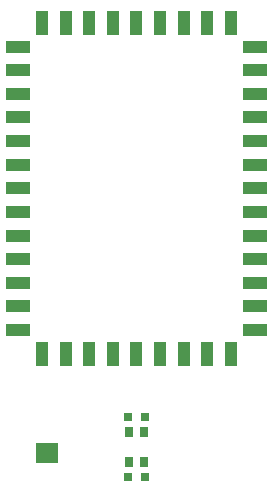
<source format=gbr>
G04 EAGLE Gerber RS-274X export*
G75*
%MOMM*%
%FSLAX34Y34*%
%LPD*%
%INSolderpaste Top*%
%IPPOS*%
%AMOC8*
5,1,8,0,0,1.08239X$1,22.5*%
G01*
%ADD10R,2.000000X1.000000*%
%ADD11R,1.000000X2.000000*%
%ADD12R,0.700000X0.900000*%
%ADD13R,0.800000X0.800000*%
%ADD14R,1.955800X1.727200*%


D10*
X52400Y414800D03*
X52400Y394800D03*
X52400Y374800D03*
X52400Y354800D03*
X52400Y334800D03*
X52400Y314800D03*
X52400Y294800D03*
X52400Y274800D03*
X52400Y254800D03*
X52400Y234800D03*
X52400Y214800D03*
X52400Y194800D03*
X52400Y174800D03*
D11*
X72400Y154800D03*
X92400Y154800D03*
X112400Y154800D03*
X132400Y154800D03*
X152400Y154800D03*
X172400Y154800D03*
X192400Y154800D03*
X212400Y154800D03*
X232400Y154800D03*
D10*
X252400Y174800D03*
X252400Y194800D03*
X252400Y214800D03*
X252400Y234800D03*
X252400Y254800D03*
X252400Y274800D03*
X252400Y294800D03*
X252400Y314800D03*
X252400Y334800D03*
X252400Y354800D03*
X252400Y374800D03*
X252400Y394800D03*
X252400Y414800D03*
D11*
X232400Y434800D03*
X212400Y434800D03*
X192400Y434800D03*
X172400Y434800D03*
X152400Y434800D03*
X132400Y434800D03*
X112400Y434800D03*
X92400Y434800D03*
X72400Y434800D03*
D12*
X145900Y88900D03*
X158900Y88900D03*
X145900Y63500D03*
X158900Y63500D03*
D13*
X144900Y101600D03*
X159900Y101600D03*
X144900Y50800D03*
X159900Y50800D03*
D14*
X76581Y70358D03*
M02*

</source>
